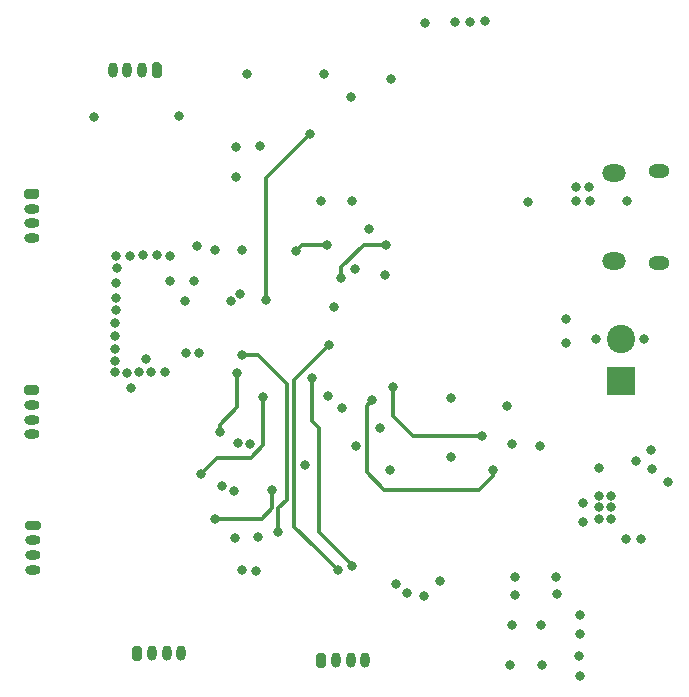
<source format=gbr>
%TF.GenerationSoftware,KiCad,Pcbnew,(5.1.8)-1*%
%TF.CreationDate,2021-01-21T22:43:38-05:00*%
%TF.ProjectId,Sensor Project,53656e73-6f72-4205-9072-6f6a6563742e,rev?*%
%TF.SameCoordinates,Original*%
%TF.FileFunction,Copper,L4,Bot*%
%TF.FilePolarity,Positive*%
%FSLAX46Y46*%
G04 Gerber Fmt 4.6, Leading zero omitted, Abs format (unit mm)*
G04 Created by KiCad (PCBNEW (5.1.8)-1) date 2021-01-21 22:43:38*
%MOMM*%
%LPD*%
G01*
G04 APERTURE LIST*
%TA.AperFunction,ComponentPad*%
%ADD10O,1.800000X1.150000*%
%TD*%
%TA.AperFunction,ComponentPad*%
%ADD11O,2.000000X1.450000*%
%TD*%
%TA.AperFunction,ComponentPad*%
%ADD12C,2.400000*%
%TD*%
%TA.AperFunction,ComponentPad*%
%ADD13R,2.400000X2.400000*%
%TD*%
%TA.AperFunction,ComponentPad*%
%ADD14O,0.800000X1.300000*%
%TD*%
%TA.AperFunction,ComponentPad*%
%ADD15O,1.300000X0.800000*%
%TD*%
%TA.AperFunction,ViaPad*%
%ADD16C,0.800000*%
%TD*%
%TA.AperFunction,Conductor*%
%ADD17C,0.300000*%
%TD*%
%TA.AperFunction,Conductor*%
%ADD18C,0.250000*%
%TD*%
G04 APERTURE END LIST*
D10*
%TO.P,J1,6*%
%TO.N,Net-(J1-Pad6)*%
X183100000Y-79595000D03*
X183100000Y-87345000D03*
D11*
X179300000Y-79745000D03*
X179300000Y-87195000D03*
%TD*%
D12*
%TO.P,J2,2*%
%TO.N,GND*%
X179860000Y-93830000D03*
D13*
%TO.P,J2,1*%
%TO.N,VCC*%
X179860000Y-97330000D03*
%TD*%
D14*
%TO.P,J4,4*%
%TO.N,GND*%
X136840000Y-71030000D03*
%TO.P,J4,3*%
%TO.N,Net-(J4-Pad3)*%
X138090000Y-71030000D03*
%TO.P,J4,2*%
%TO.N,Net-(J4-Pad2)*%
X139340000Y-71030000D03*
%TO.P,J4,1*%
%TO.N,+3V3*%
%TA.AperFunction,ComponentPad*%
G36*
G01*
X140990000Y-70580000D02*
X140990000Y-71480000D01*
G75*
G02*
X140790000Y-71680000I-200000J0D01*
G01*
X140390000Y-71680000D01*
G75*
G02*
X140190000Y-71480000I0J200000D01*
G01*
X140190000Y-70580000D01*
G75*
G02*
X140390000Y-70380000I200000J0D01*
G01*
X140790000Y-70380000D01*
G75*
G02*
X140990000Y-70580000I0J-200000D01*
G01*
G37*
%TD.AperFunction*%
%TD*%
%TO.P,J3,4*%
%TO.N,GND*%
X158250000Y-121000000D03*
%TO.P,J3,3*%
%TO.N,Net-(J3-Pad3)*%
X157000000Y-121000000D03*
%TO.P,J3,2*%
%TO.N,Net-(J3-Pad2)*%
X155750000Y-121000000D03*
%TO.P,J3,1*%
%TO.N,+3V3*%
%TA.AperFunction,ComponentPad*%
G36*
G01*
X154100000Y-121450000D02*
X154100000Y-120550000D01*
G75*
G02*
X154300000Y-120350000I200000J0D01*
G01*
X154700000Y-120350000D01*
G75*
G02*
X154900000Y-120550000I0J-200000D01*
G01*
X154900000Y-121450000D01*
G75*
G02*
X154700000Y-121650000I-200000J0D01*
G01*
X154300000Y-121650000D01*
G75*
G02*
X154100000Y-121450000I0J200000D01*
G01*
G37*
%TD.AperFunction*%
%TD*%
%TO.P,J7,4*%
%TO.N,GND*%
X142670000Y-120410000D03*
%TO.P,J7,3*%
%TO.N,Net-(J7-Pad3)*%
X141420000Y-120410000D03*
%TO.P,J7,2*%
%TO.N,Net-(J7-Pad2)*%
X140170000Y-120410000D03*
%TO.P,J7,1*%
%TO.N,+3V3*%
%TA.AperFunction,ComponentPad*%
G36*
G01*
X138520000Y-120860000D02*
X138520000Y-119960000D01*
G75*
G02*
X138720000Y-119760000I200000J0D01*
G01*
X139120000Y-119760000D01*
G75*
G02*
X139320000Y-119960000I0J-200000D01*
G01*
X139320000Y-120860000D01*
G75*
G02*
X139120000Y-121060000I-200000J0D01*
G01*
X138720000Y-121060000D01*
G75*
G02*
X138520000Y-120860000I0J200000D01*
G01*
G37*
%TD.AperFunction*%
%TD*%
D15*
%TO.P,J6,4*%
%TO.N,GND*%
X130100000Y-113340000D03*
%TO.P,J6,3*%
%TO.N,Net-(J6-Pad3)*%
X130100000Y-112090000D03*
%TO.P,J6,2*%
%TO.N,Net-(J6-Pad2)*%
X130100000Y-110840000D03*
%TO.P,J6,1*%
%TO.N,+3V3*%
%TA.AperFunction,ComponentPad*%
G36*
G01*
X129650000Y-109190000D02*
X130550000Y-109190000D01*
G75*
G02*
X130750000Y-109390000I0J-200000D01*
G01*
X130750000Y-109790000D01*
G75*
G02*
X130550000Y-109990000I-200000J0D01*
G01*
X129650000Y-109990000D01*
G75*
G02*
X129450000Y-109790000I0J200000D01*
G01*
X129450000Y-109390000D01*
G75*
G02*
X129650000Y-109190000I200000J0D01*
G01*
G37*
%TD.AperFunction*%
%TD*%
%TO.P,J8,4*%
%TO.N,GND*%
X130000000Y-85250000D03*
%TO.P,J8,3*%
%TO.N,Net-(J8-Pad3)*%
X130000000Y-84000000D03*
%TO.P,J8,2*%
%TO.N,Net-(J8-Pad2)*%
X130000000Y-82750000D03*
%TO.P,J8,1*%
%TO.N,+3V3*%
%TA.AperFunction,ComponentPad*%
G36*
G01*
X129550000Y-81100000D02*
X130450000Y-81100000D01*
G75*
G02*
X130650000Y-81300000I0J-200000D01*
G01*
X130650000Y-81700000D01*
G75*
G02*
X130450000Y-81900000I-200000J0D01*
G01*
X129550000Y-81900000D01*
G75*
G02*
X129350000Y-81700000I0J200000D01*
G01*
X129350000Y-81300000D01*
G75*
G02*
X129550000Y-81100000I200000J0D01*
G01*
G37*
%TD.AperFunction*%
%TD*%
%TO.P,J9,4*%
%TO.N,GND*%
X130000000Y-101870000D03*
%TO.P,J9,3*%
%TO.N,Net-(J9-Pad3)*%
X130000000Y-100620000D03*
%TO.P,J9,2*%
%TO.N,Net-(J9-Pad2)*%
X130000000Y-99370000D03*
%TO.P,J9,1*%
%TO.N,+3V3*%
%TA.AperFunction,ComponentPad*%
G36*
G01*
X129550000Y-97720000D02*
X130450000Y-97720000D01*
G75*
G02*
X130650000Y-97920000I0J-200000D01*
G01*
X130650000Y-98320000D01*
G75*
G02*
X130450000Y-98520000I-200000J0D01*
G01*
X129550000Y-98520000D01*
G75*
G02*
X129350000Y-98320000I0J200000D01*
G01*
X129350000Y-97920000D01*
G75*
G02*
X129550000Y-97720000I200000J0D01*
G01*
G37*
%TD.AperFunction*%
%TD*%
D16*
%TO.N,GND*%
X153100000Y-104500000D03*
X172000000Y-82200000D03*
X160380000Y-71810000D03*
X163310000Y-67010000D03*
X139700000Y-95500000D03*
X141700000Y-88880000D03*
X143090000Y-95010000D03*
X144120000Y-95020000D03*
X147800000Y-86300000D03*
X147330000Y-80070000D03*
X157050000Y-73270000D03*
X158590000Y-84500000D03*
X157080000Y-82080000D03*
X157475000Y-102875000D03*
X160300000Y-104900000D03*
X165850000Y-66970000D03*
X167120000Y-66950000D03*
X146090000Y-106240000D03*
X147180000Y-110610000D03*
X148230000Y-71390000D03*
X170200000Y-99430000D03*
X165500000Y-98800000D03*
X165500000Y-103800000D03*
X176300000Y-120600000D03*
X182440000Y-103180000D03*
X175250000Y-92120000D03*
X175250000Y-94170000D03*
X176100000Y-80900000D03*
X176100000Y-82100000D03*
X176400000Y-117200000D03*
X176700000Y-109300000D03*
X178060000Y-107100000D03*
X178060000Y-108010000D03*
X178040000Y-104720000D03*
X180300000Y-110700000D03*
X181600000Y-110700000D03*
X157400000Y-87850000D03*
X160800000Y-114500000D03*
X161780000Y-115280000D03*
X173040000Y-102870000D03*
X149180000Y-110550000D03*
X147800000Y-113340000D03*
X181150000Y-104130000D03*
X143700000Y-88900000D03*
X147490000Y-102580000D03*
X141740000Y-86750000D03*
X140570000Y-86720000D03*
X139420000Y-86720000D03*
X138290000Y-86730000D03*
X137170000Y-86750000D03*
X137220000Y-87820000D03*
X137150000Y-89030000D03*
X137170000Y-90300000D03*
X137160000Y-91350000D03*
X137060000Y-93570000D03*
X137080000Y-94610000D03*
X137080000Y-95640000D03*
X138070000Y-96640000D03*
X139040000Y-96600000D03*
X140080000Y-96630000D03*
X141240000Y-96600000D03*
X137070000Y-96610000D03*
X137080000Y-92410000D03*
X143975000Y-85885000D03*
X176400000Y-122300000D03*
X176400000Y-118800000D03*
X159900000Y-88365000D03*
X180400000Y-82100000D03*
X177200000Y-80900000D03*
X177300000Y-82100000D03*
X176700000Y-107700000D03*
X179000000Y-107100000D03*
X179000000Y-108000000D03*
X179000000Y-109000000D03*
X178000000Y-109000000D03*
X177730000Y-93830000D03*
X181870000Y-93830000D03*
%TO.N,+3V3*%
X145525000Y-86225000D03*
X147330000Y-77580000D03*
X142490000Y-74910000D03*
X135260000Y-74960000D03*
X154520000Y-82090000D03*
X168390000Y-66890000D03*
X147090000Y-106700000D03*
X156300000Y-99600000D03*
X149340000Y-77450000D03*
X154710000Y-71360000D03*
X170700000Y-102650000D03*
X146900000Y-90600000D03*
X147600000Y-90000000D03*
X170900000Y-115500000D03*
X174490000Y-115410000D03*
X174420000Y-113960000D03*
X170900000Y-113970000D03*
X155600000Y-91100000D03*
X183900000Y-105900000D03*
X148970000Y-113480000D03*
X159510000Y-101330000D03*
X138370000Y-97930000D03*
X142970000Y-90600000D03*
X163240000Y-115540000D03*
X164600000Y-114300000D03*
X148500000Y-102700000D03*
X155100000Y-98600000D03*
X182495000Y-104805000D03*
X170700000Y-117980000D03*
X173100000Y-117980000D03*
X170500000Y-121400000D03*
X173200000Y-121400000D03*
%TO.N,NRST*%
X153515000Y-76475000D03*
X149810000Y-90500000D03*
%TO.N,USART1_TX*%
X155170000Y-94290000D03*
X155930000Y-113360000D03*
%TO.N,USART1_RX*%
X153700000Y-97100000D03*
X157130000Y-112990000D03*
%TO.N,SWO*%
X159980000Y-85830000D03*
X156210000Y-88610000D03*
%TO.N,INT_ACC*%
X147790000Y-95150000D03*
X150880000Y-110150000D03*
%TO.N,INT_GYR*%
X147380000Y-96650000D03*
X145900000Y-101670000D03*
%TO.N,SPI1_SCK*%
X149600000Y-98720000D03*
X144310000Y-105240000D03*
%TO.N,SPI1_MOSI*%
X150340000Y-106590000D03*
X145480000Y-109020000D03*
%TO.N,SPI2_!CS*%
X158820000Y-99000000D03*
X169020000Y-104900000D03*
%TO.N,SPI2_MISO*%
X168160000Y-101970000D03*
X160610000Y-97840000D03*
%TO.N,SPI3_MOSI*%
X154970000Y-85810000D03*
X152360000Y-86340000D03*
%TD*%
D17*
%TO.N,NRST*%
X153515000Y-76475000D02*
X149810000Y-80180000D01*
X149810000Y-80180000D02*
X149810000Y-90500000D01*
X149810000Y-90500000D02*
X149810000Y-90720000D01*
%TO.N,USART1_TX*%
X154080001Y-95379999D02*
X155170000Y-94290000D01*
X155910000Y-113360000D02*
X154080001Y-111530001D01*
X154080001Y-111530001D02*
X154030001Y-111530001D01*
X154030001Y-111530001D02*
X152200000Y-109700000D01*
X152200000Y-97260000D02*
X154080001Y-95379999D01*
X152200000Y-109700000D02*
X152200000Y-97260000D01*
%TO.N,USART1_RX*%
X153700000Y-100700000D02*
X153700000Y-97100000D01*
X154300000Y-101300000D02*
X153700000Y-100700000D01*
X154300000Y-110100000D02*
X154300000Y-101300000D01*
X157130000Y-112930000D02*
X154300000Y-110100000D01*
%TO.N,SWO*%
X159980000Y-85830000D02*
X158110000Y-85830000D01*
X158110000Y-85830000D02*
X156210000Y-87730000D01*
X156210000Y-87730000D02*
X156210000Y-88610000D01*
X156210000Y-88610000D02*
X156210000Y-88610000D01*
%TO.N,INT_ACC*%
X149150000Y-95150000D02*
X147790000Y-95150000D01*
X151600000Y-97600000D02*
X149150000Y-95150000D01*
X151600000Y-107400000D02*
X151600000Y-97600000D01*
X150880000Y-108120000D02*
X151600000Y-107400000D01*
X150880000Y-110150000D02*
X150880000Y-108120000D01*
%TO.N,INT_GYR*%
X147380000Y-96650000D02*
X147380000Y-99560000D01*
X147380000Y-99560000D02*
X145900000Y-101040000D01*
X145900000Y-101040000D02*
X145900000Y-101670000D01*
X145900000Y-101670000D02*
X145900000Y-101670000D01*
%TO.N,SPI1_SCK*%
X145810000Y-103840000D02*
X145810000Y-103840000D01*
X148560000Y-103840000D02*
X149600000Y-102800000D01*
X145710000Y-103840000D02*
X148560000Y-103840000D01*
X149600000Y-102800000D02*
X149600000Y-98720000D01*
X144310000Y-105240000D02*
X145710000Y-103840000D01*
%TO.N,SPI1_MOSI*%
X145480000Y-109020000D02*
X145480000Y-109020000D01*
X150340000Y-108140000D02*
X149460000Y-109020000D01*
X150340000Y-106590000D02*
X150340000Y-108140000D01*
X145480000Y-109020000D02*
X149460000Y-109020000D01*
D18*
%TO.N,SPI2_!CS*%
X169020000Y-104900000D02*
X169020000Y-104900000D01*
D17*
X158370000Y-99450000D02*
X158820000Y-99000000D01*
X158370000Y-105070000D02*
X158370000Y-99450000D01*
X159860000Y-106560000D02*
X158370000Y-105070000D01*
X167890000Y-106560000D02*
X159860000Y-106560000D01*
X169020000Y-105430000D02*
X167890000Y-106560000D01*
X169020000Y-104900000D02*
X169020000Y-105430000D01*
%TO.N,SPI2_MISO*%
X168160000Y-101970000D02*
X164610000Y-101970000D01*
X164610000Y-101970000D02*
X164600000Y-101980000D01*
X164600000Y-101980000D02*
X162280000Y-101980000D01*
X162280000Y-101980000D02*
X160610000Y-100310000D01*
X160610000Y-100310000D02*
X160610000Y-97840000D01*
X160610000Y-97840000D02*
X160610000Y-97840000D01*
%TO.N,SPI3_MOSI*%
X154830000Y-85820000D02*
X153080000Y-85820000D01*
X153080000Y-85820000D02*
X152880000Y-85820000D01*
X152880000Y-85820000D02*
X152610000Y-86090000D01*
X152610000Y-86090000D02*
X152360000Y-86340000D01*
X152360000Y-86340000D02*
X152360000Y-86340000D01*
%TD*%
M02*

</source>
